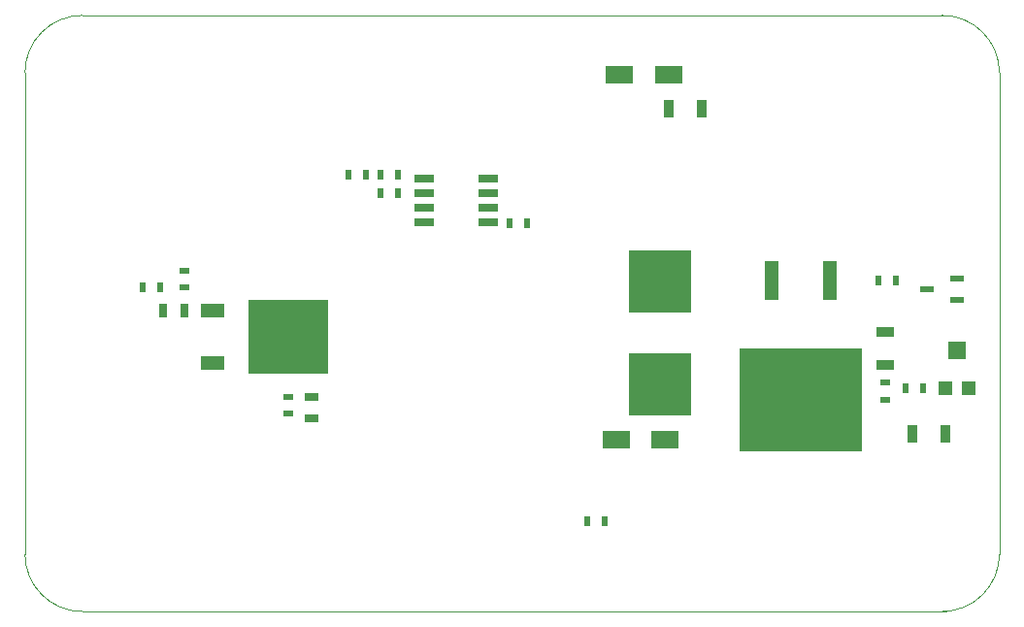
<source format=gtp>
G04*
G04 #@! TF.GenerationSoftware,Altium Limited,Altium Designer,23.9.2 (47)*
G04*
G04 Layer_Color=8421504*
%FSAX44Y44*%
%MOMM*%
G71*
G04*
G04 #@! TF.SameCoordinates,CA360F41-C6A4-41FF-A6D1-DAC2DD7E16B6*
G04*
G04*
G04 #@! TF.FilePolarity,Positive*
G04*
G01*
G75*
%ADD54C,0.1000*%
%ADD55R,2.3500X1.5500*%
%ADD56R,2.1500X1.3000*%
%ADD57R,7.0000X6.5000*%
%ADD58R,0.9000X0.6000*%
%ADD59R,0.6000X0.9000*%
%ADD60R,0.7000X1.3000*%
%ADD61R,1.3000X0.7000*%
%ADD62R,1.2570X3.4290*%
%ADD63R,10.6680X9.0170*%
%ADD64R,5.4000X5.4000*%
%ADD65R,1.8000X0.7000*%
%ADD66R,1.6000X0.9000*%
%ADD67R,0.9000X1.6000*%
%ADD68R,1.2000X1.2000*%
%ADD69R,1.6000X1.5000*%
%ADD70R,1.2000X0.6000*%
D54*
X02150000Y02270000D02*
G03*
X02100000Y02320000I-00050000J00000000D01*
G01*
X02100000Y01800000D02*
G03*
X02150000Y01850000I00000000J00050000D01*
G01*
X01350000Y02320000D02*
G03*
X01300000Y02270000I00000000J-00050000D01*
G01*
X01300000Y01850000D02*
G03*
X01350000Y01800000I00050000J00000000D01*
G01*
X02150000Y02270000D02*
X02150000Y01850000D01*
X01350000Y02320000D02*
X02103500Y02320000D01*
X01300000Y02270000D02*
X01300000Y01850000D01*
X01350000Y01800000D02*
X02103500Y01800000D01*
D55*
X01858500Y01950000D02*
D03*
X01815500D02*
D03*
X01861500Y02268000D02*
D03*
X01818500D02*
D03*
D56*
X01463350Y02062850D02*
D03*
Y02017150D02*
D03*
D57*
X01530000Y02040000D02*
D03*
D58*
X01439500Y02097500D02*
D03*
Y02082500D02*
D03*
X01530000Y01972500D02*
D03*
Y01987500D02*
D03*
X02050000Y01985000D02*
D03*
Y02000000D02*
D03*
D59*
X01417500Y02082500D02*
D03*
X01402500D02*
D03*
X01805500Y01879000D02*
D03*
X01790500D02*
D03*
X01738000Y02139000D02*
D03*
X01723000D02*
D03*
X01625000Y02181000D02*
D03*
X01610000D02*
D03*
X01625000Y02165000D02*
D03*
X01610000D02*
D03*
X01582000Y02181000D02*
D03*
X01597000D02*
D03*
X02083000Y01995000D02*
D03*
X02068000D02*
D03*
X02044500Y02089000D02*
D03*
X02059500D02*
D03*
D60*
X01439500Y02062850D02*
D03*
X01420500D02*
D03*
D61*
X01550000Y01987500D02*
D03*
Y01968500D02*
D03*
D62*
X01951600Y02088820D02*
D03*
X02002400D02*
D03*
D63*
X01977000Y01985000D02*
D03*
D64*
X01854000Y02088000D02*
D03*
Y01998000D02*
D03*
D65*
X01648000Y02164700D02*
D03*
X01704000D02*
D03*
X01648000Y02177400D02*
D03*
X01704000D02*
D03*
X01648000Y02152000D02*
D03*
X01704000D02*
D03*
X01648000Y02139300D02*
D03*
X01704000D02*
D03*
D66*
X02050000Y02044000D02*
D03*
Y02015000D02*
D03*
D67*
X02074000Y01955000D02*
D03*
X02103000D02*
D03*
X01861750Y02238500D02*
D03*
X01890750D02*
D03*
D68*
X02123000Y01995000D02*
D03*
X02103000D02*
D03*
D69*
X02113000Y02027500D02*
D03*
D70*
X02087000Y02081000D02*
D03*
X02113000Y02071500D02*
D03*
Y02090500D02*
D03*
M02*

</source>
